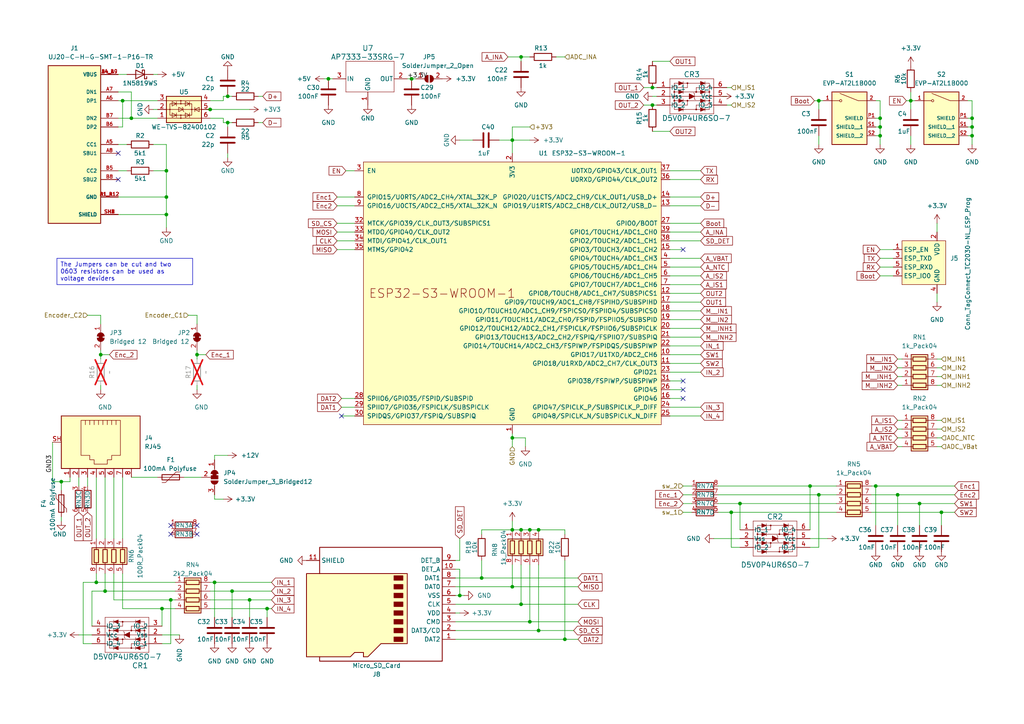
<source format=kicad_sch>
(kicad_sch (version 20230121) (generator eeschema)
  (paper "A4")
  (junction (at 255.27 34.29))
  (junction (at 212.09 148.59))
  (junction (at 281.94 39.37))
  (junction (at 163.83 185.42))
  (junction (at 153.67 153.67))
  (junction (at 189.23 25.4))
  (junction (at 29.21 102.87))
  (junction (at 189.23 30.48))
  (junction (at 266.7 146.05))
  (junction (at 139.7 167.64))
  (junction (at 281.94 36.83))
  (junction (at 273.05 148.59))
  (junction (at 156.21 153.67))
  (junction (at 57.15 102.87))
  (junction (at 151.13 175.26))
  (junction (at 151.13 16.51))
  (junction (at 255.27 39.37))
  (junction (at 255.27 36.83))
  (junction (at 38.1 34.29))
  (junction (at 156.21 182.88))
  (junction (at 264.16 29.21))
  (junction (at 234.95 140.97))
  (junction (at 133.35 172.72))
  (junction (at 254 140.97))
  (junction (at 62.23 168.91))
  (junction (at 148.59 127))
  (junction (at 35.56 29.21))
  (junction (at 72.39 173.99))
  (junction (at 148.59 40.64))
  (junction (at 30.48 171.45))
  (junction (at 66.04 27.94))
  (junction (at 48.26 49.53))
  (junction (at 60.96 31.75))
  (junction (at 214.63 146.05))
  (junction (at 153.67 180.34))
  (junction (at 27.94 168.91))
  (junction (at 237.49 29.21))
  (junction (at 48.26 57.15))
  (junction (at 260.35 143.51))
  (junction (at 148.59 170.18))
  (junction (at 148.59 153.67))
  (junction (at 17.78 139.7))
  (junction (at 46.99 176.53))
  (junction (at 237.49 143.51))
  (junction (at 66.04 35.56))
  (junction (at 281.94 34.29))
  (junction (at 151.13 153.67))
  (junction (at 95.25 22.86))
  (junction (at 48.26 62.23))
  (junction (at 119.38 22.86))
  (junction (at 49.53 173.99))
  (junction (at 67.31 171.45))
  (junction (at 77.47 176.53))
  (no_connect (at 99.06 120.65))
  (no_connect (at 57.15 154.94))
  (no_connect (at 198.12 72.39))
  (no_connect (at 49.53 152.4))
  (no_connect (at 198.12 110.49))
  (no_connect (at 198.12 115.57))
  (no_connect (at -34.29 33.02))
  (no_connect (at 198.12 113.03))
  (no_connect (at 49.53 154.94))
  (no_connect (at 34.29 44.45))
  (no_connect (at 34.29 52.07))
  (no_connect (at 57.15 152.4))
  (wire (pts (xy 46.99 186.69) (xy 49.53 186.69)))
  (wire (pts (xy 194.31 69.85) (xy 203.2 69.85)))
  (wire (pts (xy 281.94 39.37) (xy 281.94 41.91)))
  (wire (pts (xy 29.21 102.87) (xy 29.21 104.14)))
  (wire (pts (xy 194.31 64.77) (xy 203.2 64.77)))
  (wire (pts (xy 27.94 168.91) (xy 50.8 168.91)))
  (wire (pts (xy 132.08 172.72) (xy 133.35 172.72)))
  (wire (pts (xy 29.21 102.87) (xy 31.75 102.87)))
  (wire (pts (xy 60.96 173.99) (xy 72.39 173.99)))
  (wire (pts (xy 271.78 106.68) (xy 273.05 106.68)))
  (wire (pts (xy 156.21 153.67) (xy 163.83 153.67)))
  (wire (pts (xy 273.05 148.59) (xy 276.86 148.59)))
  (wire (pts (xy 260.35 129.54) (xy 261.62 129.54)))
  (wire (pts (xy 266.7 146.05) (xy 276.86 146.05)))
  (wire (pts (xy 48.26 49.53) (xy 44.45 49.53)))
  (wire (pts (xy 236.22 29.21) (xy 237.49 29.21)))
  (wire (pts (xy 24.13 168.91) (xy 27.94 168.91)))
  (wire (pts (xy 34.29 49.53) (xy 36.83 49.53)))
  (wire (pts (xy 34.29 34.29) (xy 38.1 34.29)))
  (wire (pts (xy 273.05 129.54) (xy 271.78 129.54)))
  (wire (pts (xy 198.12 140.97) (xy 200.66 140.97)))
  (wire (pts (xy 62.23 144.78) (xy 62.23 143.51)))
  (wire (pts (xy 151.13 17.78) (xy 151.13 16.51)))
  (wire (pts (xy 208.28 140.97) (xy 234.95 140.97)))
  (wire (pts (xy 133.35 40.64) (xy 137.16 40.64)))
  (wire (pts (xy 118.11 22.86) (xy 119.38 22.86)))
  (wire (pts (xy 186.69 25.4) (xy 189.23 25.4)))
  (wire (pts (xy 152.4 127) (xy 148.59 127)))
  (wire (pts (xy 44.45 31.75) (xy 45.72 31.75)))
  (wire (pts (xy 77.47 176.53) (xy 77.47 179.07)))
  (wire (pts (xy 271.78 85.09) (xy 271.78 87.63)))
  (wire (pts (xy 60.96 171.45) (xy 67.31 171.45)))
  (wire (pts (xy 93.98 22.86) (xy 95.25 22.86)))
  (wire (pts (xy 194.31 97.79) (xy 203.2 97.79)))
  (wire (pts (xy 151.13 16.51) (xy 153.67 16.51)))
  (wire (pts (xy 97.79 67.31) (xy 102.87 67.31)))
  (wire (pts (xy 148.59 170.18) (xy 167.64 170.18)))
  (wire (pts (xy 57.15 91.44) (xy 57.15 93.98)))
  (wire (pts (xy 271.78 127) (xy 273.05 127)))
  (wire (pts (xy 271.78 64.77) (xy 271.78 67.31)))
  (wire (pts (xy 255.27 39.37) (xy 255.27 41.91)))
  (wire (pts (xy 194.31 49.53) (xy 203.2 49.53)))
  (wire (pts (xy 234.95 156.21) (xy 240.03 156.21)))
  (wire (pts (xy 255.27 29.21) (xy 255.27 34.29)))
  (wire (pts (xy 74.93 27.94) (xy 76.2 27.94)))
  (wire (pts (xy 25.4 138.43) (xy 25.4 140.97)))
  (wire (pts (xy 280.67 29.21) (xy 281.94 29.21)))
  (wire (pts (xy 210.82 30.48) (xy 212.09 30.48)))
  (wire (pts (xy 198.12 146.05) (xy 200.66 146.05)))
  (wire (pts (xy 214.63 146.05) (xy 214.63 153.67)))
  (wire (pts (xy 273.05 109.22) (xy 271.78 109.22)))
  (wire (pts (xy 237.49 143.51) (xy 242.57 143.51)))
  (wire (pts (xy 148.59 36.83) (xy 148.59 40.64)))
  (wire (pts (xy 57.15 91.44) (xy 54.61 91.44)))
  (wire (pts (xy 194.31 57.15) (xy 203.2 57.15)))
  (wire (pts (xy 260.35 104.14) (xy 261.62 104.14)))
  (wire (pts (xy 34.29 29.21) (xy 35.56 29.21)))
  (wire (pts (xy 57.15 102.87) (xy 57.15 104.14)))
  (wire (pts (xy 132.08 180.34) (xy 153.67 180.34)))
  (wire (pts (xy 152.4 129.54) (xy 152.4 127)))
  (wire (pts (xy 38.1 34.29) (xy 45.72 34.29)))
  (wire (pts (xy 34.29 62.23) (xy 48.26 62.23)))
  (wire (pts (xy 62.23 168.91) (xy 62.23 179.07)))
  (wire (pts (xy 189.23 30.48) (xy 190.5 30.48)))
  (wire (pts (xy 139.7 153.67) (xy 148.59 153.67)))
  (wire (pts (xy 30.48 171.45) (xy 26.67 171.45)))
  (wire (pts (xy 148.59 129.54) (xy 148.59 127)))
  (wire (pts (xy 234.95 140.97) (xy 234.95 153.67)))
  (wire (pts (xy 148.59 163.83) (xy 148.59 170.18)))
  (wire (pts (xy 48.26 41.91) (xy 48.26 49.53)))
  (wire (pts (xy 29.21 91.44) (xy 29.21 93.98)))
  (wire (pts (xy 151.13 163.83) (xy 151.13 175.26)))
  (wire (pts (xy 208.28 143.51) (xy 237.49 143.51)))
  (wire (pts (xy 35.56 166.37) (xy 35.56 176.53)))
  (wire (pts (xy 252.73 146.05) (xy 266.7 146.05)))
  (wire (pts (xy 194.31 87.63) (xy 203.2 87.63)))
  (wire (pts (xy 22.86 184.15) (xy 26.67 184.15)))
  (wire (pts (xy 139.7 167.64) (xy 167.64 167.64)))
  (wire (pts (xy 133.35 172.72) (xy 134.62 172.72)))
  (wire (pts (xy 22.86 138.43) (xy 22.86 140.97)))
  (wire (pts (xy 234.95 158.75) (xy 237.49 158.75)))
  (wire (pts (xy 34.29 57.15) (xy 48.26 57.15)))
  (wire (pts (xy 264.16 26.67) (xy 264.16 29.21)))
  (wire (pts (xy 262.89 29.21) (xy 264.16 29.21)))
  (wire (pts (xy 34.29 21.59) (xy 36.83 21.59)))
  (wire (pts (xy 252.73 148.59) (xy 273.05 148.59)))
  (wire (pts (xy 280.67 34.29) (xy 281.94 34.29)))
  (wire (pts (xy 132.08 165.1) (xy 133.35 165.1)))
  (wire (pts (xy 271.78 111.76) (xy 273.05 111.76)))
  (wire (pts (xy 252.73 143.51) (xy 260.35 143.51)))
  (wire (pts (xy 266.7 146.05) (xy 266.7 152.4)))
  (wire (pts (xy 25.4 91.44) (xy 29.21 91.44)))
  (wire (pts (xy 15.24 128.27) (xy 15.24 139.7)))
  (wire (pts (xy 139.7 162.56) (xy 139.7 167.64)))
  (wire (pts (xy 189.23 17.78) (xy 194.31 17.78)))
  (wire (pts (xy 132.08 185.42) (xy 163.83 185.42)))
  (wire (pts (xy 254 39.37) (xy 255.27 39.37)))
  (wire (pts (xy 48.26 66.04) (xy 48.26 62.23)))
  (wire (pts (xy 208.28 146.05) (xy 214.63 146.05)))
  (wire (pts (xy 64.77 35.56) (xy 64.77 34.29)))
  (wire (pts (xy 17.78 149.86) (xy 17.78 151.13)))
  (wire (pts (xy 194.31 59.69) (xy 203.2 59.69)))
  (wire (pts (xy 255.27 80.01) (xy 259.08 80.01)))
  (wire (pts (xy 153.67 163.83) (xy 153.67 180.34)))
  (wire (pts (xy 29.21 111.76) (xy 29.21 113.03)))
  (wire (pts (xy 260.35 143.51) (xy 276.86 143.51)))
  (wire (pts (xy 100.33 49.53) (xy 102.87 49.53)))
  (wire (pts (xy 212.09 148.59) (xy 242.57 148.59)))
  (wire (pts (xy 271.78 121.92) (xy 273.05 121.92)))
  (wire (pts (xy 57.15 111.76) (xy 57.15 113.03)))
  (wire (pts (xy 148.59 127) (xy 148.59 125.73)))
  (wire (pts (xy 264.16 29.21) (xy 264.16 31.75)))
  (wire (pts (xy 74.93 35.56) (xy 76.2 35.56)))
  (wire (pts (xy 35.56 29.21) (xy 35.56 36.83)))
  (wire (pts (xy 254 34.29) (xy 255.27 34.29)))
  (wire (pts (xy 151.13 175.26) (xy 167.64 175.26)))
  (wire (pts (xy 237.49 39.37) (xy 237.49 41.91)))
  (wire (pts (xy 264.16 29.21) (xy 265.43 29.21)))
  (wire (pts (xy 34.29 36.83) (xy 35.56 36.83)))
  (wire (pts (xy 66.04 36.83) (xy 66.04 35.56)))
  (wire (pts (xy 38.1 138.43) (xy 45.72 138.43)))
  (wire (pts (xy 35.56 138.43) (xy 35.56 156.21)))
  (wire (pts (xy 194.31 102.87) (xy 203.2 102.87)))
  (wire (pts (xy 260.35 111.76) (xy 261.62 111.76)))
  (wire (pts (xy 66.04 35.56) (xy 67.31 35.56)))
  (wire (pts (xy 26.67 171.45) (xy 26.67 181.61)))
  (wire (pts (xy 48.26 57.15) (xy 48.26 49.53)))
  (wire (pts (xy 99.06 115.57) (xy 102.87 115.57)))
  (wire (pts (xy 64.77 144.78) (xy 62.23 144.78)))
  (wire (pts (xy 144.78 40.64) (xy 148.59 40.64)))
  (wire (pts (xy 281.94 36.83) (xy 281.94 39.37)))
  (wire (pts (xy 260.35 109.22) (xy 261.62 109.22)))
  (wire (pts (xy 24.13 186.69) (xy 26.67 186.69)))
  (wire (pts (xy 264.16 39.37) (xy 264.16 41.91)))
  (wire (pts (xy 153.67 153.67) (xy 156.21 153.67)))
  (wire (pts (xy 194.31 77.47) (xy 203.2 77.47)))
  (wire (pts (xy 214.63 146.05) (xy 242.57 146.05)))
  (wire (pts (xy 194.31 80.01) (xy 203.2 80.01)))
  (wire (pts (xy 148.59 151.13) (xy 148.59 153.67)))
  (wire (pts (xy 62.23 133.35) (xy 62.23 132.08)))
  (wire (pts (xy 151.13 153.67) (xy 153.67 153.67)))
  (wire (pts (xy 132.08 175.26) (xy 151.13 175.26)))
  (wire (pts (xy 194.31 113.03) (xy 198.12 113.03)))
  (wire (pts (xy 72.39 173.99) (xy 78.74 173.99)))
  (wire (pts (xy 60.96 168.91) (xy 62.23 168.91)))
  (wire (pts (xy 67.31 171.45) (xy 67.31 179.07)))
  (wire (pts (xy 17.78 139.7) (xy 17.78 142.24)))
  (wire (pts (xy 60.96 176.53) (xy 77.47 176.53)))
  (wire (pts (xy 254 140.97) (xy 276.86 140.97)))
  (wire (pts (xy 132.08 167.64) (xy 139.7 167.64)))
  (wire (pts (xy 163.83 185.42) (xy 167.64 185.42)))
  (wire (pts (xy 260.35 121.92) (xy 261.62 121.92)))
  (wire (pts (xy 27.94 138.43) (xy 27.94 156.21)))
  (wire (pts (xy 57.15 101.6) (xy 57.15 102.87)))
  (wire (pts (xy 147.32 16.51) (xy 151.13 16.51)))
  (wire (pts (xy 210.82 25.4) (xy 212.09 25.4)))
  (wire (pts (xy 52.07 184.15) (xy 46.99 184.15)))
  (wire (pts (xy 64.77 27.94) (xy 64.77 29.21)))
  (wire (pts (xy 17.78 139.7) (xy 20.32 139.7)))
  (wire (pts (xy 148.59 153.67) (xy 151.13 153.67)))
  (wire (pts (xy 156.21 182.88) (xy 166.37 182.88)))
  (wire (pts (xy 133.35 162.56) (xy 132.08 162.56)))
  (wire (pts (xy 194.31 67.31) (xy 203.2 67.31)))
  (wire (pts (xy 148.59 40.64) (xy 148.59 44.45)))
  (wire (pts (xy 48.26 62.23) (xy 48.26 57.15)))
  (wire (pts (xy 60.96 31.75) (xy 72.39 31.75)))
  (wire (pts (xy 281.94 29.21) (xy 281.94 34.29)))
  (wire (pts (xy 186.69 30.48) (xy 189.23 30.48)))
  (wire (pts (xy 194.31 82.55) (xy 203.2 82.55)))
  (wire (pts (xy 33.02 173.99) (xy 49.53 173.99)))
  (wire (pts (xy 30.48 138.43) (xy 30.48 156.21)))
  (wire (pts (xy 44.45 21.59) (xy 45.72 21.59)))
  (wire (pts (xy 62.23 132.08) (xy 66.04 132.08)))
  (wire (pts (xy 153.67 36.83) (xy 148.59 36.83)))
  (wire (pts (xy 280.67 39.37) (xy 281.94 39.37)))
  (wire (pts (xy 99.06 120.65) (xy 102.87 120.65)))
  (wire (pts (xy 49.53 173.99) (xy 49.53 186.69)))
  (wire (pts (xy 194.31 95.25) (xy 203.2 95.25)))
  (wire (pts (xy 46.99 176.53) (xy 50.8 176.53)))
  (wire (pts (xy 189.23 38.1) (xy 194.31 38.1)))
  (wire (pts (xy 119.38 22.86) (xy 120.65 22.86)))
  (wire (pts (xy 208.28 148.59) (xy 212.09 148.59)))
  (wire (pts (xy 255.27 34.29) (xy 255.27 36.83)))
  (wire (pts (xy 139.7 153.67) (xy 139.7 154.94)))
  (wire (pts (xy 33.02 138.43) (xy 33.02 156.21)))
  (wire (pts (xy 207.01 156.21) (xy 214.63 156.21)))
  (wire (pts (xy 133.35 165.1) (xy 133.35 172.72)))
  (wire (pts (xy 198.12 148.59) (xy 200.66 148.59)))
  (wire (pts (xy 17.78 139.7) (xy 15.24 139.7)))
  (wire (pts (xy 27.94 166.37) (xy 27.94 168.91)))
  (wire (pts (xy 271.78 104.14) (xy 273.05 104.14)))
  (wire (pts (xy 280.67 36.83) (xy 281.94 36.83)))
  (wire (pts (xy 254 36.83) (xy 255.27 36.83)))
  (wire (pts (xy 97.79 64.77) (xy 102.87 64.77)))
  (wire (pts (xy 48.26 41.91) (xy 44.45 41.91)))
  (wire (pts (xy 194.31 120.65) (xy 203.2 120.65)))
  (wire (pts (xy 64.77 27.94) (xy 66.04 27.94)))
  (wire (pts (xy 255.27 72.39) (xy 259.08 72.39)))
  (wire (pts (xy 132.08 182.88) (xy 156.21 182.88)))
  (wire (pts (xy 35.56 29.21) (xy 45.72 29.21)))
  (wire (pts (xy 163.83 154.94) (xy 163.83 153.67)))
  (wire (pts (xy 254 140.97) (xy 254 152.4)))
  (wire (pts (xy 252.73 140.97) (xy 254 140.97)))
  (wire (pts (xy 194.31 110.49) (xy 198.12 110.49)))
  (wire (pts (xy 260.35 106.68) (xy 261.62 106.68)))
  (wire (pts (xy 95.25 22.86) (xy 96.52 22.86)))
  (wire (pts (xy 97.79 57.15) (xy 102.87 57.15)))
  (wire (pts (xy 72.39 173.99) (xy 72.39 179.07)))
  (wire (pts (xy 254 29.21) (xy 255.27 29.21)))
  (wire (pts (xy 60.96 29.21) (xy 64.77 29.21)))
  (wire (pts (xy 38.1 26.67) (xy 38.1 34.29)))
  (wire (pts (xy 30.48 166.37) (xy 30.48 171.45)))
  (wire (pts (xy 46.99 176.53) (xy 46.99 181.61)))
  (wire (pts (xy 97.79 59.69) (xy 102.87 59.69)))
  (wire (pts (xy 189.23 27.94) (xy 190.5 27.94)))
  (wire (pts (xy 194.31 72.39) (xy 198.12 72.39)))
  (wire (pts (xy 24.13 168.91) (xy 24.13 186.69)))
  (wire (pts (xy 194.31 115.57) (xy 198.12 115.57)))
  (wire (pts (xy 271.78 124.46) (xy 273.05 124.46)))
  (wire (pts (xy 29.21 101.6) (xy 29.21 102.87)))
  (wire (pts (xy 60.96 34.29) (xy 64.77 34.29)))
  (wire (pts (xy 194.31 90.17) (xy 203.2 90.17)))
  (wire (pts (xy 132.08 170.18) (xy 148.59 170.18)))
  (wire (pts (xy 77.47 176.53) (xy 78.74 176.53)))
  (wire (pts (xy 62.23 168.91) (xy 78.74 168.91)))
  (wire (pts (xy 281.94 34.29) (xy 281.94 36.83)))
  (wire (pts (xy 97.79 72.39) (xy 102.87 72.39)))
  (wire (pts (xy 161.29 16.51) (xy 163.83 16.51)))
  (wire (pts (xy 255.27 74.93) (xy 259.08 74.93)))
  (wire (pts (xy 194.31 107.95) (xy 203.2 107.95)))
  (wire (pts (xy 153.67 180.34) (xy 167.64 180.34)))
  (wire (pts (xy 33.02 173.99) (xy 33.02 166.37)))
  (wire (pts (xy 133.35 156.21) (xy 133.35 162.56)))
  (wire (pts (xy 273.05 152.4) (xy 273.05 148.59)))
  (wire (pts (xy 20.32 139.7) (xy 20.32 138.43)))
  (wire (pts (xy 194.31 105.41) (xy 203.2 105.41)))
  (wire (pts (xy 64.77 35.56) (xy 66.04 35.56)))
  (wire (pts (xy 194.31 100.33) (xy 203.2 100.33)))
  (wire (pts (xy 260.35 124.46) (xy 261.62 124.46)))
  (wire (pts (xy 237.49 29.21) (xy 238.76 29.21)))
  (wire (pts (xy 34.29 41.91) (xy 36.83 41.91)))
  (wire (pts (xy 148.59 40.64) (xy 153.67 40.64)))
  (wire (pts (xy 57.15 102.87) (xy 59.69 102.87)))
  (wire (pts (xy 260.35 143.51) (xy 260.35 152.4)))
  (wire (pts (xy 237.49 31.75) (xy 237.49 29.21)))
  (wire (pts (xy 34.29 26.67) (xy 38.1 26.67)))
  (wire (pts (xy 209.55 27.94) (xy 210.82 27.94)))
  (wire (pts (xy 49.53 173.99) (xy 50.8 173.99)))
  (wire (pts (xy 212.09 148.59) (xy 212.09 158.75)))
  (wire (pts (xy 59.69 31.75) (xy 60.96 31.75)))
  (wire (pts (xy 255.27 77.47) (xy 259.08 77.47)))
  (wire (pts (xy 255.27 36.83) (xy 255.27 39.37)))
  (wire (pts (xy 194.31 74.93) (xy 203.2 74.93)))
  (wire (pts (xy 66.04 27.94) (xy 67.31 27.94)))
  (wire (pts (xy 194.31 52.07) (xy 203.2 52.07)))
  (wire (pts (xy 214.63 158.75) (xy 212.09 158.75)))
  (wire (pts (xy 35.56 176.53) (xy 46.99 176.53)))
  (wire (pts (xy 132.08 177.8) (xy 133.35 177.8)))
  (wire (pts (xy 234.95 140.97) (xy 242.57 140.97)))
  (wire (pts (xy 237.49 143.51) (xy 237.49 158.75)))
  (wire (pts (xy 194.31 92.71) (xy 203.2 92.71)))
  (wire (pts (xy 194.31 85.09) (xy 203.2 85.09)))
  (wire (pts (xy 67.31 171.45) (xy 78.74 171.45)))
  (wire (pts (xy 99.06 118.11) (xy 102.87 118.11)))
  (wire (pts (xy 189.23 25.4) (xy 190.5 25.4)))
  (wire (pts (xy 163.83 162.56) (xy 163.83 185.42)))
  (wire (pts (xy 53.34 138.43) (xy 58.42 138.43)))
  (wire (pts (xy 194.31 118.11) (xy 203.2 118.11)))
  (wire (pts (xy 156.21 163.83) (xy 156.21 182.88)))
  (wire (pts (xy 50.8 171.45) (xy 30.48 171.45)))
  (wire (pts (xy 66.04 45.72) (xy 66.04 44.45)))
  (wire (pts (xy 198.12 143.51) (xy 200.66 143.51)))
  (wire (pts (xy 97.79 69.85) (xy 102.87 69.85)))
  (wire (pts (xy 260.35 127) (xy 261.62 127)))
  (text_box "The Jumpers can be cut and two 0603 resistors can be used as voltage deviders" (at 16.51 74.93 0) (size 39.37 7.62) (effects (font (size 1.27 1.27)) (justify left top)))
  (label "+3,3V" (at 118.11 22.86 0))
  (label "GND3" (at 15.24 137.16 90))
  (global_label "Enc_1" (shape input) (at 59.69 102.87 0) (property "Intersheetrefs" "${INTERSHEET_REFS}" (effects hide)))
  (global_label "Boot" (shape input) (at 236.22 29.21 180) (property "Intersheetrefs" "${INTERSHEET_REFS}" (effects hide)))
  (global_label "M__IN2" (shape input) (at 260.35 106.68 180) (property "Intersheetrefs" "${INTERSHEET_REFS}" (effects hide)))
  (global_label "OUT2" (shape input) (at 203.2 85.09 0) (property "Intersheetrefs" "${INTERSHEET_REFS}" (effects hide)))
  (global_label "M__IN1" (shape input) (at 260.35 104.14 180) (property "Intersheetrefs" "${INTERSHEET_REFS}" (effects hide)))
  (global_label "A_IS2" (shape input) (at 203.2 80.01 0) (property "Intersheetrefs" "${INTERSHEET_REFS}" (effects hide)))
  (global_label "M__INH2" (shape input) (at 260.35 111.76 180) (property "Intersheetrefs" "${INTERSHEET_REFS}" (effects hide)))
  (global_label "DAT1" (shape input) (at 99.06 118.11 180) (property "Intersheetrefs" "${INTERSHEET_REFS}" (effects hide)))
  (global_label "M__IN1" (shape input) (at 203.2 90.17 0) (property "Intersheetrefs" "${INTERSHEET_REFS}" (effects hide)))
  (global_label "MISO" (shape input) (at 167.64 170.18 0) (property "Intersheetrefs" "${INTERSHEET_REFS}" (effects hide)))
  (global_label "OUT_1" (shape input) (at 186.69 25.4 180) (property "Intersheetrefs" "${INTERSHEET_REFS}" (effects hide)))
  (global_label "OUT_1" (shape input) (at 22.86 148.59 270) (property "Intersheetrefs" "${INTERSHEET_REFS}" (effects hide)))
  (global_label "SD_CS" (shape input) (at 97.79 64.77 180) (property "Intersheetrefs" "${INTERSHEET_REFS}" (effects hide)))
  (global_label "D-" (shape input) (at 76.2 35.56 0) (property "Intersheetrefs" "${INTERSHEET_REFS}" (effects hide)))
  (global_label "Enc1" (shape input) (at 276.86 140.97 0) (property "Intersheetrefs" "${INTERSHEET_REFS}" (effects hide)))
  (global_label "IN_2" (shape input) (at 203.2 107.95 0) (property "Intersheetrefs" "${INTERSHEET_REFS}" (effects hide)))
  (global_label "Enc_2" (shape input) (at 31.75 102.87 0) (property "Intersheetrefs" "${INTERSHEET_REFS}" (effects hide)))
  (global_label "IN_1" (shape input) (at 78.74 168.91 0) (property "Intersheetrefs" "${INTERSHEET_REFS}" (effects hide)))
  (global_label "D+" (shape input) (at 203.2 57.15 0) (property "Intersheetrefs" "${INTERSHEET_REFS}" (effects hide)))
  (global_label "Enc_1" (shape input) (at 198.12 143.51 180) (property "Intersheetrefs" "${INTERSHEET_REFS}" (effects hide)))
  (global_label "IN_3" (shape input) (at 203.2 118.11 0) (property "Intersheetrefs" "${INTERSHEET_REFS}" (effects hide)))
  (global_label "DAT2" (shape input) (at 99.06 115.57 180) (property "Intersheetrefs" "${INTERSHEET_REFS}" (effects hide)))
  (global_label "OUT1" (shape input) (at 194.31 17.78 0) (property "Intersheetrefs" "${INTERSHEET_REFS}" (effects hide)))
  (global_label "A_IS1" (shape input) (at 260.35 121.92 180) (property "Intersheetrefs" "${INTERSHEET_REFS}" (effects hide)))
  (global_label "CLK" (shape input) (at 167.64 175.26 0) (property "Intersheetrefs" "${INTERSHEET_REFS}" (effects hide)))
  (global_label "Enc1" (shape input) (at 97.79 57.15 180) (property "Intersheetrefs" "${INTERSHEET_REFS}" (effects hide)))
  (global_label "SD_DET" (shape input) (at 133.35 156.21 90) (property "Intersheetrefs" "${INTERSHEET_REFS}" (effects hide)))
  (global_label "A_INA" (shape input) (at 147.32 16.51 180) (property "Intersheetrefs" "${INTERSHEET_REFS}" (effects hide)))
  (global_label "SW1" (shape input) (at 203.2 102.87 0) (property "Intersheetrefs" "${INTERSHEET_REFS}" (effects hide)))
  (global_label "MISO" (shape input) (at 97.79 72.39 180) (property "Intersheetrefs" "${INTERSHEET_REFS}" (effects hide)))
  (global_label "EN" (shape input) (at 262.89 29.21 180) (property "Intersheetrefs" "${INTERSHEET_REFS}" (effects hide)))
  (global_label "CLK" (shape input) (at 97.79 69.85 180) (property "Intersheetrefs" "${INTERSHEET_REFS}" (effects hide)))
  (global_label "M__INH1" (shape input) (at 260.35 109.22 180) (property "Intersheetrefs" "${INTERSHEET_REFS}" (effects hide)))
  (global_label "OUT1" (shape input) (at 203.2 87.63 0) (property "Intersheetrefs" "${INTERSHEET_REFS}" (effects hide)))
  (global_label "Enc_2" (shape input) (at 198.12 146.05 180) (property "Intersheetrefs" "${INTERSHEET_REFS}" (effects hide)))
  (global_label "A_IS1" (shape input) (at 203.2 82.55 0) (property "Intersheetrefs" "${INTERSHEET_REFS}" (effects hide)))
  (global_label "Boot" (shape input) (at 203.2 64.77 0) (property "Intersheetrefs" "${INTERSHEET_REFS}" (effects hide)))
  (global_label "SW2" (shape input) (at 203.2 105.41 0) (property "Intersheetrefs" "${INTERSHEET_REFS}" (effects hide)))
  (global_label "OUT_2" (shape input) (at 25.4 148.59 270) (property "Intersheetrefs" "${INTERSHEET_REFS}" (effects hide)))
  (global_label "OUT_2" (shape input) (at 186.69 30.48 180) (property "Intersheetrefs" "${INTERSHEET_REFS}" (effects hide)))
  (global_label "EN" (shape input) (at 100.33 49.53 180) (property "Intersheetrefs" "${INTERSHEET_REFS}" (effects hide)))
  (global_label "SD_CS" (shape input) (at 166.37 182.88 0) (property "Intersheetrefs" "${INTERSHEET_REFS}" (effects hide)))
  (global_label "Enc2" (shape input) (at 276.86 143.51 0) (property "Intersheetrefs" "${INTERSHEET_REFS}" (effects hide)))
  (global_label "A_VBAT" (shape input) (at 260.35 129.54 180) (property "Intersheetrefs" "${INTERSHEET_REFS}" (effects hide)))
  (global_label "DAT1" (shape input) (at 167.64 167.64 0) (property "Intersheetrefs" "${INTERSHEET_REFS}" (effects hide)))
  (global_label "A_INA" (shape input) (at 203.2 67.31 0) (property "Intersheetrefs" "${INTERSHEET_REFS}" (effects hide)))
  (global_label "A_VBAT" (shape input) (at 203.2 74.93 0) (property "Intersheetrefs" "${INTERSHEET_REFS}" (effects hide)))
  (global_label "DAT2" (shape input) (at 167.64 185.42 0) (property "Intersheetrefs" "${INTERSHEET_REFS}" (effects hide)))
  (global_label "OUT2" (shape input) (at 194.31 38.1 0) (property "Intersheetrefs" "${INTERSHEET_REFS}" (effects hide)))
  (global_label "M__INH1" (shape input) (at 203.2 95.25 0) (property "Intersheetrefs" "${INTERSHEET_REFS}" (effects hide)))
  (global_label "EN" (shape input) (at 255.27 72.39 180) (property "Intersheetrefs" "${INTERSHEET_REFS}" (effects hide)))
  (global_label "SW1" (shape input) (at 276.86 146.05 0) (property "Intersheetrefs" "${INTERSHEET_REFS}" (effects hide)))
  (global_label "IN_3" (shape input) (at 78.74 173.99 0) (property "Intersheetrefs" "${INTERSHEET_REFS}" (effects hide)))
  (global_label "IN_4" (shape input) (at 203.2 120.65 0) (property "Intersheetrefs" "${INTERSHEET_REFS}" (effects hide)))
  (global_label "MOSI" (shape input) (at 97.79 67.31 180) (property "Intersheetrefs" "${INTERSHEET_REFS}" (effects hide)))
  (global_label "IN_4" (shape input) (at 78.74 176.53 0) (property "Intersheetrefs" "${INTERSHEET_REFS}" (effects hide)))
  (global_label "A_NTC" (shape input) (at 203.2 77.47 0) (property "Intersheetrefs" "${INTERSHEET_REFS}" (effects hide)))
  (global_label "TX" (shape input) (at 255.27 74.93 180) (property "Intersheetrefs" "${INTERSHEET_REFS}" (effects hide)))
  (global_label "A_NTC" (shape input) (at 260.35 127 180) (property "Intersheetrefs" "${INTERSHEET_REFS}" (effects hide)))
  (global_label "IN_2" (shape input) (at 78.74 171.45 0) (property "Intersheetrefs" "${INTERSHEET_REFS}" (effects hide)))
  (global_label "M__IN2" (shape input) (at 203.2 92.71 0) (property "Intersheetrefs" "${INTERSHEET_REFS}" (effects hide)))
  (global_label "D+" (shape input) (at 76.2 27.94 0) (property "Intersheetrefs" "${INTERSHEET_REFS}" (effects hide)))
  (global_label "Enc2" (shape input) (at 97.79 59.69 180) (property "Intersheetrefs" "${INTERSHEET_REFS}" (effects hide)))
  (global_label "MOSI" (shape input) (at 167.64 180.34 0) (property "Intersheetrefs" "${INTERSHEET_REFS}" (effects hide)))
  (global_label "TX" (shape input) (at 203.2 49.53 0) (property "Intersheetrefs" "${INTERSHEET_REFS}" (effects hide)))
  (global_label "A_IS2" (shape input) (at 260.35 124.46 180) (property "Intersheetrefs" "${INTERSHEET_REFS}" (effects hide)))
  (global_label "SD_DET" (shape input) (at 203.2 69.85 0) (property "Intersheetrefs" "${INTERSHEET_REFS}" (effects hide)))
  (global_label "M__INH2" (shape input) (at 203.2 97.79 0) (property "Intersheetrefs" "${INTERSHEET_REFS}" (effects hide)))
  (global_label "SW2" (shape input) (at 276.86 148.59 0) (property "Intersheetrefs" "${INTERSHEET_REFS}" (effects hide)))
  (global_label "RX" (shape input) (at 203.2 52.07 0) (property "Intersheetrefs" "${INTERSHEET_REFS}" (effects hide)))
  (global_label "IN_1" (shape input) (at 203.2 100.33 0) (property "Intersheetrefs" "${INTERSHEET_REFS}" (effects hide)))
  (global_label "Boot" (shape input) (at 255.27 80.01 180) (property "Intersheetrefs" "${INTERSHEET_REFS}" (effects hide)))
  (global_label "D-" (shape input) (at 203.2 59.69 0) (property "Intersheetrefs" "${INTERSHEET_REFS}" (effects hide)))
  (global_label "RX" (shape input) (at 255.27 77.47 180) (property "Intersheetrefs" "${INTERSHEET_REFS}" (effects hide)))
  (hierarchical_label "Encoder_C2" (shape input) (at 25.4 91.44 180))
  (hierarchical_label "+3V3" (shape input) (at 153.67 36.83 0))
  (hierarchical_label "M_INH1" (shape input) (at 273.05 109.22 0))
  (hierarchical_label "M_IS1" (shape input) (at 212.09 25.4 0))
  (hierarchical_label "M_IS2" (shape input) (at 212.09 30.48 0))
  (hierarchical_label "GND" (shape input) (at 148.59 129.54 270))
  (hierarchical_label "ADC_NTC" (shape input) (at 273.05 127 0))
  (hierarchical_label "ADC_INA" (shape input) (at 163.83 16.51 0))
  (hierarchical_label "sw_1" (shape input) (at 198.12 148.59 180))
  (hierarchical_label "ADC_VBat" (shape input) (at 273.05 129.54 0))
  (hierarchical_label "Encoder_C1" (shape input) (at 54.61 91.44 180))
  (hierarchical_label "M_IN1" (shape input) (at 273.05 104.14 0))
  (hierarchical_label "M_IS1" (shape input) (at 273.05 121.92 0))
  (hierarchical_label "M_IS2" (shape input) (at 273.05 124.46 0))
  (hierarchical_label "M_INH2" (shape input) (at 273.05 111.76 0))
  (hierarchical_label "sw_2" (shape input) (at 198.12 140.97 180))
  (hierarchical_label "M_IN2" (shape input) (at 273.05 106.68 0))
  (symbol (lib_id "Device:R") (at 29.21 107.95 180) (unit 1) (dnp yes)
    (property "Reference" "R16" (at 26.67 107.95 90))
    (property "Value" "~" (at 31.75 107.95 90))
    (property "Footprint" "Resistor_SMD:R_0603_1608Metric" (effects hide))
  )
  (symbol (lib_id "power:GND") (at 67.31 186.69 0) (unit 1)
    (property "Reference" "#PWR046" (effects hide))
    (property "Value" "GND" (at 67.31 191.77 0))
  )
  (symbol (lib_id "Device:R_Pack04") (at 55.88 173.99 270) (unit 1)
    (property "Reference" "RN4" (at 55.88 163.83 90))
    (property "Value" "2k2_Pack04" (at 55.88 166.37 90))
    (property "Footprint" "BugWiper_lib:BO_CAY16" (effects hide))
  )
  (symbol (lib_id "Device:C") (at 254 156.21 0) (unit 1)
    (property "Reference" "C36" (at 248.92 153.67 0) (effects (justify left)))
    (property "Value" "10nF" (at 248.92 158.75 0) (effects (justify left)))
    (property "Footprint" "Capacitor_SMD:C_0603_1608Metric" (effects hide))
  )
  (symbol (lib_id "Device:R_Pack04") (at 266.7 106.68 270) (mirror x) (unit 1)
    (property "Reference" "RN1" (at 266.7 97.79 90))
    (property "Value" "1k_Pack04" (at 266.7 100.33 90))
    (property "Footprint" "BugWiper_lib:BO_CAY16" (effects hide))
  )
  (symbol (lib_id "Device:R") (at 139.7 158.75 180) (unit 1)
    (property "Reference" "R18" (at 135.89 158.75 90))
    (property "Value" "10k" (at 137.6563 158.7113 90))
    (property "Footprint" "Resistor_SMD:R_0603_1608Metric" (effects hide))
  )
  (symbol (lib_id "power:GND") (at 133.35 40.64 270) (unit 1)
    (property "Reference" "#PWR077" (effects hide))
    (property "Value" "GND" (at 129.54 40.64 0))
  )
  (symbol (lib_id "Device:Polyfuse") (at 17.78 146.05 0) (unit 1)
    (property "Reference" "F4" (at 12.7 144.78 90) (effects (justify right)))
    (property "Value" "100mA Polyfuse" (at 15.24 138.43 90) (effects (justify right)))
    (property "Footprint" "Resistor_SMD:R_1206_3216Metric" (effects hide))
    (property "Datasheet" "https://eu.mouser.com/datasheet/2/87/eaton_pts1206_6_60_volt_dc_surface_mount_resettabl-1608737.pdf" (effects hide))
    (property "Description" "100mA resettable FUSE" (effects hide))
    (property "MP" "PTS120630V012" (effects hide))
    (property "Manufacturer_Name" "Eaton Electronics" (effects hide))
    (property "Manufacturer_Part_Number" "PTS120630V012" (effects hide))
    (property "Price" "0,108€" (effects hide))
  )
  (symbol (lib_id "power:GND") (at 255.27 41.91 0) (unit 1)
    (property "Reference" "#PWR010" (effects hide))
    (property "Value" "GND" (at 255.27 46.99 0))
  )
  (symbol (lib_id "power:GND") (at 17.78 151.13 0) (unit 1)
    (property "Reference" "#PWR043" (effects hide))
    (property "Value" "GND" (at 15.24 154.94 0) (effects (justify left)))
  )
  (symbol (lib_id "Device:C") (at 67.31 182.88 0) (unit 1)
    (property "Reference" "C33" (at 62.23 180.34 0) (effects (justify left)))
    (property "Value" "10nF" (at 62.23 185.42 0) (effects (justify left)))
    (property "Footprint" "Capacitor_SMD:C_0603_1608Metric" (effects hide))
  )
  (symbol (lib_id "BugWiper_Lib:SolderJumper_2_Bridged") (at 29.21 97.79 90) (mirror x) (unit 1)
    (property "Reference" "JP3" (at 31.75 96.52 90) (effects (justify right)))
    (property "Value" "Bridged 12" (at 31.75 99.06 90) (effects (justify right)))
    (property "Footprint" "BugWiper_lib:SolderJumper_2P_R_SMD_0603_Bridged" (effects hide))
  )
  (symbol (lib_id "power:GND") (at 260.35 160.02 0) (unit 1)
    (property "Reference" "#PWR067" (effects hide))
    (property "Value" "GND" (at 260.35 163.83 0))
  )
  (symbol (lib_id "Device:R_Pack04_Split") (at 204.47 148.59 270) (unit 4)
    (property "Reference" "RN7" (at 201.93 148.59 90) (effects (justify left)))
    (property "Value" "100R_Pack04" (effects hide))
    (property "Footprint" "BugWiper_lib:BO_CAY16" (effects hide))
  )
  (symbol (lib_id "power:GND") (at 266.7 160.02 0) (unit 1)
    (property "Reference" "#PWR068" (effects hide))
    (property "Value" "GND" (at 266.7 163.83 0))
  )
  (symbol (lib_id "power:GND") (at 48.26 66.04 0) (unit 1)
    (property "Reference" "#PWR05" (effects hide))
    (property "Value" "GND" (at 48.26 69.85 0))
  )
  (symbol (lib_id "power:GND") (at 134.62 172.72 90) (unit 1)
    (property "Reference" "#PWR079" (effects hide))
    (property "Value" "GND" (at 138.43 172.72 90) (effects (justify right)))
  )
  (symbol (lib_id "power:GND") (at 207.01 156.21 270) (unit 1)
    (property "Reference" "#PWR057" (effects hide))
    (property "Value" "GND" (at 203.2 156.21 90) (effects (justify right)))
  )
  (symbol (lib_id "Device:R") (at 157.48 16.51 270) (unit 1)
    (property "Reference" "R13" (at 154.94 13.97 90) (effects (justify left)))
    (property "Value" "1k" (at 156.21 19.05 90) (effects (justify left)))
    (property "Footprint" "Resistor_SMD:R_0603_1608Metric" (effects hide))
  )
  (symbol (lib_id "Device:R") (at 189.23 34.29 180) (unit 1)
    (property "Reference" "R15" (at 185.42 34.29 90))
    (property "Value" "1k" (at 187.1863 34.2513 90))
    (property "Footprint" "Resistor_SMD:R_0603_1608Metric" (effects hide))
  )
  (symbol (lib_id "Connector:Micro_SD_Card_Det2") (at 109.22 175.26 180) (unit 1)
    (property "Reference" "J8" (at 109.22 195.58 0))
    (property "Value" "Micro_SD_Card" (at 109.22 193.04 0))
    (property "Footprint" "BugWiper_lib:microSD_HC_Molex_104031-0811" (effects hide))
    (property "Datasheet" "https://www.hirose.com/en/product/document?clcode=&productname=&series=DM3&documenttype=Catalog&lang=en&documentid=D49662_en" (effects hide))
  )
  (symbol (lib_id "power:+3.3V") (at 271.78 64.77 0) (unit 1)
    (property "Reference" "#PWR059" (effects hide))
    (property "Value" "+3.3V" (at 271.78 59.69 0))
  )
  (symbol (lib_id "Device:R_Pack04") (at 33.02 161.29 0) (mirror x) (unit 1)
    (property "Reference" "RN6" (at 38.1 161.29 90))
    (property "Value" "100R_Pack04" (at 40.64 161.29 90))
    (property "Footprint" "BugWiper_lib:BO_CAY16" (effects hide))
  )
  (symbol (lib_id "power:GND") (at 264.16 41.91 0) (unit 1)
    (property "Reference" "#PWR012" (effects hide))
    (property "Value" "GND" (at 264.16 46.99 0))
  )
  (symbol (lib_id "Device:Polyfuse") (at 49.53 138.43 270) (unit 1)
    (property "Reference" "F1" (at 50.8 133.35 90) (effects (justify right)))
    (property "Value" "100mA Polyfuse" (at 57.15 135.89 90) (effects (justify right)))
    (property "Footprint" "Resistor_SMD:R_1206_3216Metric" (effects hide))
    (property "Datasheet" "https://eu.mouser.com/datasheet/2/87/eaton_pts1206_6_60_volt_dc_surface_mount_resettabl-1608737.pdf" (effects hide))
    (property "Description" "100mA resettable FUSE" (effects hide))
    (property "MP" "PTS120630V012" (effects hide))
    (property "Manufacturer_Name" "Eaton Electronics" (effects hide))
    (property "Manufacturer_Part_Number" "PTS120630V012" (effects hide))
    (property "Price" "0,108€" (effects hide))
  )
  (symbol (lib_id "power:+3.3V") (at 240.03 156.21 270) (unit 1)
    (property "Reference" "#PWR056" (effects hide))
    (property "Value" "+3.3V" (at 246.38 156.21 90))
  )
  (symbol (lib_id "Device:C") (at 237.49 35.56 0) (unit 1)
    (property "Reference" "C3" (at 232.41 33.02 0) (effects (justify left)))
    (property "Value" "100nF" (at 231.14 38.1 0) (effects (justify left)))
    (property "Footprint" "Capacitor_SMD:C_0603_1608Metric" (effects hide))
  )
  (symbol (lib_id "Device:R_Pack04_Split") (at 204.47 143.51 270) (unit 2)
    (property "Reference" "RN7" (at 201.93 143.51 90) (effects (justify left)))
    (property "Value" "100R_Pack04" (effects hide))
    (property "Footprint" "BugWiper_lib:BO_CAY16" (effects hide))
  )
  (symbol (lib_id "power:+3V3") (at 72.39 31.75 270) (unit 1)
    (property "Reference" "#PWR02" (effects hide))
    (property "Value" "+3V3" (at 76.2 31.75 90) (effects (justify left)))
  )
  (symbol (lib_id "power:+3.3V") (at 209.55 27.94 270) (unit 1)
    (property "Reference" "#PWR071" (effects hide))
    (property "Value" "+3.3V" (at 215.9 27.94 90))
  )
  (symbol (lib_id "Connector:RJ45_Shielded") (at 27.94 128.27 270) (unit 1)
    (property "Reference" "J4" (at 41.91 127 90) (effects (justify left)))
    (property "Value" "RJ45" (at 41.91 129.54 90) (effects (justify left)))
    (property "Footprint" "BugWiper_lib:CONN8_2-908LF_AMP" (effects hide))
  )
  (symbol (lib_id "power:GND") (at 88.9 162.56 270) (unit 1)
    (property "Reference" "#PWR082" (effects hide))
    (property "Value" "GND" (at 85.09 162.56 90) (effects (justify right)))
  )
  (symbol (lib_id "Device:R") (at 40.64 49.53 90) (unit 1)
    (property "Reference" "R3" (at 40.64 46.99 90))
    (property "Value" "5k1" (at 40.7491 51.7771 90))
    (property "Footprint" "Resistor_SMD:R_0603_1608Metric" (effects hide))
  )
  (symbol (lib_id "power:GND") (at 57.15 113.03 0) (unit 1)
    (property "Reference" "#PWR076" (effects hide))
    (property "Value" "GND" (at 58.42 118.11 0))
  )
  (symbol (lib_id "BugWiper_Lib:ESP32-S3-WROOM-1") (at 148.59 85.09 0) (unit 1)
    (property "Reference" "U1" (at 156.21 44.45 0) (effects (justify left)))
    (property "Value" "ESP32-S3-WROOM-1" (at 160.02 44.45 0) (effects (justify left)))
    (property "Footprint" "BugWiper_lib:ESP32-S3-WROOM-1" (effects hide))
    (property "Datasheet" "https://www.espressif.com/sites/default/files/documentation/esp32-s3-wroom-1_wroom-1u_datasheet_en.pdf" (effects hide))
  )
  (symbol (lib_id "power:+3.3V") (at 128.27 22.86 270) (unit 1)
    (property "Reference" "#PWR014" (effects hide))
    (property "Value" "+3.3V" (at 132.08 22.86 90) (effects (justify left)))
  )
  (symbol (lib_id "power:GND") (at 237.49 41.91 0) (unit 1)
    (property "Reference" "#PWR013" (effects hide))
    (property "Value" "GND" (at 237.49 46.99 0))
  )
  (symbol (lib_id "power:+3.3V") (at 133.35 177.8 270) (unit 1)
    (property "Reference" "#PWR080" (effects hide))
    (property "Value" "+3.3V" (at 139.7 177.8 90))
  )
  (symbol (lib_id "BugWiper_Lib:UJ20-C-H-G-SMT-1-P16-TR") (at 21.59 41.91 0) (unit 1)
    (property "Reference" "J1" (at 21.59 13.97 0))
    (property "Value" "UJ20-C-H-G-SMT-1-P16-TR" (at 29.21 16.51 0))
    (property "Footprint" "BugWiper_lib:SAMESKY_UJ20-C-H-G-SMT-1-P16-TR" (effects hide))
    (property "MF" "Same Sky" (effects hide))
    (property "MAXIMUM_PACKAGE_HEIGHT" "3.46mm" (effects hide))
    (property "Package" "None" (effects hide))
    (property "Price" "None" (effects hide))
    (property "Check_prices" "https://www.snapeda.com/parts/UJ20-C-H-G-SMT-1-P16-TR/Same+Sky/view-part/?ref=eda" (effects hide))
    (property "STANDARD" "Manufacturer Recommendations" (effects hide))
    (property "PARTREV" "1.0" (effects hide))
    (property "SnapEDA_Link" "https://www.snapeda.com/parts/UJ20-C-H-G-SMT-1-P16-TR/Same+Sky/view-part/?ref=snap" (effects hide))
    (property "MP" "UJ20-C-H-G-SMT-1-P16-TR" (effects hide))
    (property "Description" "\n                        \n                            USB-C (USB TYPE-C) USB 2.0 Receptacle Connector 24 (16+8 Dummy) Position Surface Mount, Right Angle; Through Hole\n                        \n" (effects hide))
    (property "Availability" "In Stock" (effects hide))
    (property "MANUFACTURER" "Same Sky" (effects hide))
    (property "Manufacturer_Name" "Same Sky" (effects hide))
    (property "Manufacturer_Part_Number" "UJ20-C-H-G-SMT-1-P16-TR" (effects hide))
  )
  (symbol (lib_id "Device:C") (at 66.04 24.13 0) (mirror y) (unit 1)
    (property "Reference" "C1" (at 62.23 22.86 0) (effects (justify left)))
    (property "Value" "22p" (at 62.23 25.4 0) (effects (justify left)))
    (property "Footprint" "Capacitor_SMD:C_0603_1608Metric" (effects hide))
  )
  (symbol (lib_id "Device:R_Pack04") (at 266.7 127 270) (unit 1)
    (property "Reference" "RN2" (at 266.7 115.57 90))
    (property "Value" "1k_Pack04" (at 266.7 118.11 90))
    (property "Footprint" "BugWiper_lib:BO_CAY16" (effects hide))
  )
  (symbol (lib_id "power:GND") (at 106.68 30.48 0) (unit 1)
    (property "Reference" "#PWR051" (effects hide))
    (property "Value" "GND" (at 106.68 34.29 0))
  )
  (symbol (lib_id "Device:R") (at 189.23 21.59 180) (unit 1)
    (property "Reference" "R14" (at 185.42 21.59 90))
    (property "Value" "1k" (at 187.1863 21.5513 90))
    (property "Footprint" "Resistor_SMD:R_0603_1608Metric" (effects hide))
  )
  (symbol (lib_id "BugWiper_Lib:D5V0P4UR6SO-7") (at 180.34 25.4 0) (unit 1)
    (property "Reference" "CR3" (at 200.66 21.59 0) (effects (font (size 1.524 1.524))))
    (property "Value" "D5V0P4UR6SO-7" (at 201.93 34.29 0) (effects (font (size 1.524 1.524))))
    (property "Footprint" "BugWiper_lib:SOT26_DIO" (effects hide))
    (property "Datasheet" "D5V0P4UR6SO-7" (effects hide))
  )
  (symbol (lib_id "power:GND") (at 29.21 113.03 0) (unit 1)
    (property "Reference" "#PWR075" (effects hide))
    (property "Value" "GND" (at 30.48 118.11 0))
  )
  (symbol (lib_id "Device:R") (at 40.64 41.91 90) (unit 1)
    (property "Reference" "R2" (at 40.64 39.37 90))
    (property "Value" "5k1" (at 40.64 44.45 90))
    (property "Footprint" "Resistor_SMD:R_0603_1608Metric" (effects hide))
  )
  (symbol (lib_id "BugWiper_Lib:EVP-AT2L1B000") (at 273.05 31.75 0) (mirror y) (unit 1)
    (property "Reference" "S2" (at 273.05 21.59 0))
    (property "Value" "EVP-AT2L1B000" (at 273.05 24.13 0))
    (property "Footprint" "BugWiper_lib:SW_EVP-AT2L1B000" (effects hide))
    (property "PARTREV" "N/A" (effects hide))
    (property "MANUFACTURER" "Panasonic" (effects hide))
    (property "MAXIMUM_PACKAGE_HEIGHT" "1.105mm" (effects hide))
    (property "STANDARD" "Manufacturer Recommendations" (effects hide))
    (property "Manufacturer_Name" "Panasonic" (effects hide))
  )
  (symbol (lib_id "Device:R") (at 57.15 107.95 180) (unit 1) (dnp yes)
    (property "Reference" "R17" (at 54.61 107.95 90))
    (property "Value" "~" (at 59.69 107.95 90))
    (property "Footprint" "Resistor_SMD:R_0603_1608Metric" (effects hide))
  )
  (symbol (lib_id "power:GND") (at 52.07 184.15 0) (mirror y) (unit 1)
    (property "Reference" "#PWR054" (effects hide))
    (property "Value" "GND" (at 52.07 187.96 90) (effects (justify right)))
  )
  (symbol (lib_id "Device:R_Pack04") (at 153.67 158.75 0) (mirror x) (unit 1)
    (property "Reference" "RN8" (at 143.51 157.48 90) (effects (justify left)))
    (property "Value" "1k_Pack04" (at 146.05 153.67 90) (effects (justify left)))
    (property "Footprint" "BugWiper_lib:BO_CAY16" (effects hide))
  )
  (symbol (lib_id "power:GND") (at 281.94 41.91 0) (unit 1)
    (property "Reference" "#PWR011" (effects hide))
    (property "Value" "GND" (at 281.94 46.99 0))
  )
  (symbol (lib_id "power:+3.3V") (at 148.59 151.13 0) (unit 1)
    (property "Reference" "#PWR081" (effects hide))
    (property "Value" "+3.3V" (at 148.59 146.05 0))
  )
  (symbol (lib_id "power:+5V") (at 45.72 21.59 270) (unit 1)
    (property "Reference" "#PWR06" (effects hide))
    (property "Value" "+5V" (at 49.53 21.59 90) (effects (justify left)))
  )
  (symbol (lib_id "power:+12V") (at 66.04 132.08 270) (unit 1)
    (property "Reference" "#PWR078" (effects hide))
    (property "Value" "+12V" (at 69.85 132.08 90) (effects (justify left)))
  )
  (symbol (lib_id "power:GND") (at 271.78 87.63 0) (unit 1)
    (property "Reference" "#PWR058" (effects hide))
    (property "Value" "GND" (at 271.78 92.71 0))
  )
  (symbol (lib_id "power:GND") (at 62.23 186.69 0) (unit 1)
    (property "Reference" "#PWR045" (effects hide))
    (property "Value" "GND" (at 62.23 191.77 0))
  )
  (symbol (lib_id "power:GND") (at 152.4 129.54 0) (unit 1)
    (property "Reference" "#PWR07" (effects hide))
    (property "Value" "GND" (at 152.4 134.62 0))
  )
  (symbol (lib_id "power:+3.3V") (at 153.67 40.64 270) (unit 1)
    (property "Reference" "#PWR03" (effects hide))
    (property "Value" "+3.3V" (at 157.48 40.64 90) (effects (justify left)))
  )
  (symbol (lib_id "power:GND") (at 72.39 186.69 0) (unit 1)
    (property "Reference" "#PWR047" (effects hide))
    (property "Value" "GND" (at 72.39 191.77 0))
  )
  (symbol (lib_id "power:+5V") (at 93.98 22.86 90) (unit 1)
    (property "Reference" "#PWR049" (effects hide))
    (property "Value" "+5V" (at 90.17 22.86 90) (effects (justify left)))
  )
  (symbol (lib_id "power:+3.3V") (at 22.86 184.15 90) (mirror x) (unit 1)
    (property "Reference" "#PWR055" (effects hide))
    (property "Value" "+3.3V" (at 16.51 184.15 90))
  )
  (symbol (lib_id "power:GND") (at 95.25 30.48 0) (unit 1)
    (property "Reference" "#PWR053" (effects hide))
    (property "Value" "GND" (at 95.25 35.56 0))
  )
  (symbol (lib_id "Device:R") (at 264.16 22.86 180) (unit 1)
    (property "Reference" "R6" (at 260.35 22.86 90))
    (property "Value" "10k" (at 262.1163 22.8213 90))
    (property "Footprint" "Resistor_SMD:R_0603_1608Metric" (effects hide))
  )
  (symbol (lib_id "Device:C") (at 95.25 26.67 0) (unit 1)
    (property "Reference" "C30" (at 88.9 25.4 0) (effects (justify left)))
    (property "Value" "100nF" (at 86.36 27.94 0) (effects (justify left)))
    (property "Footprint" "Capacitor_SMD:C_0603_1608Metric" (effects hide))
  )
  (symbol (lib_id "Jumper:SolderJumper_3_Bridged12") (at 62.23 138.43 270) (unit 1)
    (property "Reference" "JP4" (at 64.77 137.16 90) (effects (justify left)))
    (property "Value" "SolderJumper_3_Bridged12" (at 64.77 139.7 90) (effects (justify left)))
    (property "Footprint" "BugWiper_lib:SolderJumper_3P_R_SMD_0603_Bridged_12" (effects hide))
  )
  (symbol (lib_id "BugWiper_Lib:SolderJumper_2_Bridged") (at 57.15 97.79 90) (mirror x) (unit 1)
    (property "Reference" "JP2" (at 53.34 96.52 90))
    (property "Value" "Bridged 12" (at 49.53 99.06 90))
    (property "Footprint" "BugWiper_lib:SolderJumper_2P_R_SMD_0603_Bridged" (effects hide))
  )
  (symbol (lib_id "Device:C") (at 140.97 40.64 90) (unit 1)
    (property "Reference" "C40" (at 143.51 36.83 90) (effects (justify left)))
    (property "Value" "1uF" (at 142.24 44.45 90) (effects (justify left)))
    (property "Footprint" "Capacitor_SMD:C_0603_1608Metric" (effects hide))
  )
  (symbol (lib_id "power:GND") (at 151.13 25.4 0) (mirror y) (unit 1)
    (property "Reference" "#PWR031" (effects hide))
    (property "Value" "GND" (at 151.13 30.48 0))
  )
  (symbol (lib_id "Device:C") (at 264.16 35.56 0) (unit 1)
    (property "Reference" "C4" (at 260.35 33.02 0) (effects (justify left)))
    (property "Value" "1uF" (at 260.35 38.1 0) (effects (justify left)))
    (property "Footprint" "Capacitor_SMD:C_0603_1608Metric" (effects hide))
  )
  (symbol (lib_id "Device:C") (at 62.23 182.88 0) (unit 1)
    (property "Reference" "C32" (at 57.15 180.34 0) (effects (justify left)))
    (property "Value" "10nF" (at 57.15 185.42 0) (effects (justify left)))
    (property "Footprint" "Capacitor_SMD:C_0603_1608Metric" (effects hide))
  )
  (symbol (lib_id "power:GND") (at 254 160.02 0) (unit 1)
    (property "Reference" "#PWR066" (effects hide))
    (property "Value" "GND" (at 254 163.83 0))
  )
  (symbol (lib_id "power:GND") (at 189.23 27.94 270) (unit 1)
    (property "Reference" "#PWR070" (effects hide))
    (property "Value" "GND" (at 185.42 27.94 90) (effects (justify right)))
  )
  (symbol (lib_id "power:+3.3V") (at 264.16 19.05 0) (unit 1)
    (property "Reference" "#PWR050" (effects hide))
    (property "Value" "+3.3V" (at 264.16 13.97 0))
  )
  (symbol (lib_id "Device:C") (at 260.35 156.21 0) (unit 1)
    (property "Reference" "C37" (at 255.27 153.67 0) (effects (justify left)))
    (property "Value" "10nF" (at 255.27 158.75 0) (effects (justify left)))
    (property "Footprint" "Capacitor_SMD:C_0603_1608Metric" (effects hide))
  )
  (symbol (lib_id "Device:C") (at 151.13 21.59 0) (mirror y) (unit 1)
    (property "Reference" "C22" (at 147.32 20.32 0) (effects (justify left)))
    (property "Value" "100nF" (at 147.32 22.86 0) (effects (justify left)))
    (property "Footprint" "Capacitor_SMD:C_0603_1608Metric" (effects hide))
  )
  (symbol (lib_id "Device:C") (at 266.7 156.21 0) (unit 1)
    (property "Reference" "C38" (at 261.62 153.67 0) (effects (justify left)))
    (property "Value" "100nF" (at 261.62 158.75 0) (effects (justify left)))
    (property "Footprint" "Capacitor_SMD:C_0603_1608Metric" (effects hide))
  )
  (symbol (lib_id "Diode:1N5819WS") (at 40.64 21.59 180) (unit 1)
    (property "Reference" "D1" (at 40.64 19.05 0))
    (property "Value" "1N5819WS" (at 40.64 24.13 0))
    (property "Footprint" "Diode_SMD:D_SOD-323_HandSoldering" (effects hide))
    (property "Datasheet" "https://datasheet.lcsc.com/lcsc/2204281430_Guangdong-Hottech-1N5819WS_C191023.pdf" (effects hide))
  )
  (symbol (lib_id "BugWiper_Lib:AP7333-33SRG-7") (at 106.68 22.86 0) (unit 1)
    (property "Reference" "U7" (at 106.68 13.97 0) (effects (font (size 1.524 1.524))))
    (property "Value" "AP7333-33SRG-7" (at 106.68 16.51 0) (effects (font (size 1.524 1.524))))
    (property "Footprint" "SOT23R_DIO" (effects hide))
    (property "Datasheet" "AP7333-33SRG-7" (effects hide))
  )
  (symbol (lib_id "power:GND") (at 119.38 30.48 0) (unit 1)
    (property "Reference" "#PWR052" (effects hide))
    (property "Value" "GND" (at 119.38 35.56 0))
  )
  (symbol (lib_id "power:GND") (at 273.05 160.02 0) (unit 1)
    (property "Reference" "#PWR069" (effects hide))
    (property "Value" "GND" (at 273.05 163.83 0))
  )
  (symbol (lib_id "Device:R") (at 71.12 27.94 90) (unit 1)
    (property "Reference" "R4" (at 71.12 24.13 90))
    (property "Value" "22" (at 71.1183 25.905 90))
    (property "Footprint" "Resistor_SMD:R_0603_1608Metric" (effects hide))
  )
  (symbol (lib_id "power:GND") (at 66.04 20.32 180) (unit 1)
    (property "Reference" "#PWR09" (effects hide))
    (property "Value" "GND" (at 66.04 16.51 0))
  )
  (symbol (lib_id "Device:R_Pack04_Split") (at 53.34 152.4 270) (unit 1)
    (property "Reference" "RN3" (at 50.8 152.4 90) (effects (justify left)))
    (property "Value" "100R_Pack04" (effects hide))
    (property "Footprint" "BugWiper_lib:BO_CAY16" (effects hide))
  )
  (symbol (lib_id "Device:R") (at 163.83 158.75 180) (unit 1)
    (property "Reference" "R22" (at 160.02 158.75 90))
    (property "Value" "10k" (at 161.7863 158.7113 90))
    (property "Footprint" "Resistor_SMD:R_0603_1608Metric" (effects hide))
  )
  (symbol (lib_id "Device:R_Pack04_Split") (at 204.47 146.05 270) (unit 3)
    (property "Reference" "RN7" (at 201.93 146.05 90) (effects (justify left)))
    (property "Value" "100R_Pack04" (effects hide))
    (property "Footprint" "BugWiper_lib:BO_CAY16" (effects hide))
  )
  (symbol (lib_id "Device:C") (at 72.39 182.88 0) (unit 1)
    (property "Reference" "C34" (at 67.31 180.34 0) (effects (justify left)))
    (property "Value" "10nF" (at 67.31 185.42 0) (effects (justify left)))
    (property "Footprint" "Capacitor_SMD:C_0603_1608Metric" (effects hide))
  )
  (symbol (lib_id "power:GND") (at 66.04 45.72 0) (unit 1)
    (property "Reference" "#PWR08" (effects hide))
    (property "Value" "GND" (at 66.04 49.53 0))
  )
  (symbol (lib_id "Device:R_Pack04_Split") (at 25.4 144.78 0) (mirror x) (unit 4)
    (property "Reference" "RN3" (at 25.4 142.24 90) (effects (justify left)))
    (property "Value" "100R_Pack04" (effects hide))
    (property "Footprint" "BugWiper_lib:BO_CAY16" (effects hide))
  )
  (symbol (lib_id "power:+3.3V") (at 64.77 144.78 270) (unit 1)
    (property "Reference" "#PWR044" (effects hide))
    (property "Value" "+3.3V" (at 71.12 144.78 90))
  )
  (symbol (lib_id "Power_Protection:WE-TVS-82400102") (at 53.34 31.75 0) (mirror x) (unit 1)
    (property "Reference" "U5" (at 53.34 26.67 0))
    (property "Value" "WE-TVS-82400102" (at 53.34 36.83 0))
    (property "Footprint" "Package_TO_SOT_SMD:SOT-23-6" (effects hide))
    (property "Datasheet" "https://www.we-online.com/components/products/datasheet/82400102.pdf" (effects hide))
  )
  (symbol (lib_id "BugWiper_Lib:Conn_TagConnect_TC2030-NL_ESP_Prog") (at 266.7 77.47 0) (mirror y) (unit 1) (in_bom no)
    (property "Reference" "J5" (at 275.59 74.93 0) (effects (justify right)))
    (property "Value" "Conn_TagConnect_TC2030-NL_ESP_Prog" (at 280.67 57.15 90) (effects (justify right)))
    (property "Footprint" "Connector:Tag-Connect_TC2030-IDC-NL_2x03_P1.27mm_Vertical" (effects hide))
    (property "Datasheet" "https://www.tag-connect.com/wp-content/uploads/bsk-pdf-manager/TC2030-CTX_1.pdf" (effects hide))
  )
  (symbol (lib_id "Jumper:SolderJumper_2_Open") (at 124.46 22.86 0) (unit 1)
    (property "Reference" "JP5" (at 124.46 16.51 0))
    (property "Value" "SolderJumper_2_Open" (at 127 19.05 0))
    (property "Footprint" "Jumper:SolderJumper-2_P1.3mm_Open_TrianglePad1.0x1.5mm" (effects hide))
  )
  (symbol (lib_id "Device:C") (at 119.38 26.67 0) (unit 1)
    (property "Reference" "C29" (at 121.92 25.4 0) (effects (justify left)))
    (property "Value" "100nF" (at 121.92 27.94 0) (effects (justify left)))
    (property "Footprint" "Capacitor_SMD:C_0603_1608Metric" (effects hide))
  )
  (symbol (lib_id "Device:C") (at 66.04 40.64 0) (mirror y) (unit 1)
    (property "Reference" "C2" (at 62.23 39.37 0) (effects (justify left)))
    (property "Value" "22p" (at 62.23 41.91 0) (effects (justify left)))
    (property "Footprint" "Capacitor_SMD:C_0603_1608Metric" (effects hide))
  )
  (symbol (lib_id "Device:C") (at 273.05 156.21 0) (unit 1)
    (property "Reference" "C39" (at 267.97 153.67 0) (effects (justify left)))
    (property "Value" "100nF" (at 267.97 158.75 0) (effects (justify left)))
    (property "Footprint" "Capacitor_SMD:C_0603_1608Metric" (effects hide))
  )
  (symbol (lib_id "Device:C") (at 77.47 182.88 0) (unit 1)
    (property "Reference" "C35" (at 72.39 180.34 0) (effects (justify left)))
    (property "Value" "10nF" (at 72.39 185.42 0) (effects (justify left)))
    (property "Footprint" "Capacitor_SMD:C_0603_1608Metric" (effects hide))
  )
  (symbol (lib_id "Device:R") (at 71.12 35.56 90) (unit 1)
    (property "Reference" "R5" (at 71.1786 39.8374 90))
    (property "Value" "22" (at 71.12 38.1 90))
    (property "Footprint" "Resistor_SMD:R_0603_1608Metric" (effects hide))
  )
  (symbol (lib_id "power:GND") (at 77.47 186.69 0) (unit 1)
    (property "Reference" "#PWR048" (effects hide))
    (property "Value" "GND" (at 77.47 191.77 0))
  )
  (symbol (lib_id "power:GND") (at 44.45 31.75 270) (unit 1)
    (property "Reference" "#PWR01" (effects hide))
    (property "Value" "GND" (at 40.64 31.75 0))
  )
  (symbol (lib_id "Device:R_Pack04_Split") (at 22.86 144.78 0) (mirror x) (unit 3)
    (property "Reference" "RN3" (at 22.86 142.24 90) (effects (justify left)))
    (property "Value" "100R_Pack04" (effects hide))
    (property "Footprint" "BugWiper_lib:BO_CAY16" (effects hide))
  )
  (symbol (lib_id "BugWiper_Lib:D5V0P4UR6SO-7") (at 57.15 186.69 180) (unit 1)
    (property "Reference" "CR1" (at 40.64 193.04 0) (effects (font (size 1.524 1.524))))
    (property "Value" "D5V0P4UR6SO-7" (at 36.83 190.5 0) (effects (font (size 1.524 1.524))))
    (property "Footprint" "BugWiper_lib:SOT26_DIO" (effects hide))
    (property "Datasheet" "D5V0P4UR6SO-7" (effects hide))
  )
  (symbol (lib_id "BugWiper_Lib:D5V0P4UR6SO-7") (at 204.47 153.67 0) (unit 1)
    (property "Reference" "CR2" (at 224.79 149.86 0) (effects (font (size 1.524 1.524))))
    (property "Value" "D5V0P4UR6SO-7" (at 224.79 163.83 0) (effects (font (size 1.524 1.524))))
    (property "Footprint" "BugWiper_lib:SOT26_DIO" (effects hide))
    (property "Datasheet" "D5V0P4UR6SO-7" (effects hide))
  )
  (symbol (lib_id "BugWiper_Lib:EVP-AT2L1B000") (at 246.38 31.75 0) (mirror y) (unit 1)
    (property "Reference" "S1" (at 246.38 21.59 0))
    (property "Value" "EVP-AT2L1B000" (at 246.38 24.13 0))
    (property "Footprint" "BugWiper_lib:SW_EVP-AT2L1B000" (effects hide))
    (property "PARTREV" "N/A" (effects hide))
    (property "MANUFACTURER" "Panasonic" (effects hide))
    (property "MAXIMUM_PACKAGE_HEIGHT" "1.105mm" (effects hide))
    (property "STANDARD" "Manufacturer Recommendations" (effects hide))
    (property "Manufacturer_Name" "Panasonic" (effects hide))
  )
  (symbol (lib_id "Device:R_Pack04_Split") (at 204.47 140.97 270) (unit 1)
    (property "Reference" "RN7" (at 201.93 140.97 90) (effects (justify left)))
    (property "Value" "100R_Pack04" (effects hide))
    (property "Footprint" "BugWiper_lib:BO_CAY16" (effects hide))
  )
  (symbol (lib_id "Device:R_Pack04") (at 247.65 146.05 270) (unit 1)
    (property "Reference" "RN5" (at 247.65 134.62 90))
    (property "Value" "1k_Pack04" (at 247.65 137.16 90))
    (property "Footprint" "BugWiper_lib:BO_CAY16" (effects hide))
  )
  (symbol (lib_id "Device:R_Pack04_Split") (at 53.34 154.94 270) (unit 2)
    (property "Reference" "RN3" (at 50.8 154.94 90) (effects (justify left)))
    (property "Value" "100R_Pack04" (effects hide))
    (property "Footprint" "BugWiper_lib:BO_CAY16" (effects hide))
  )
)
</source>
